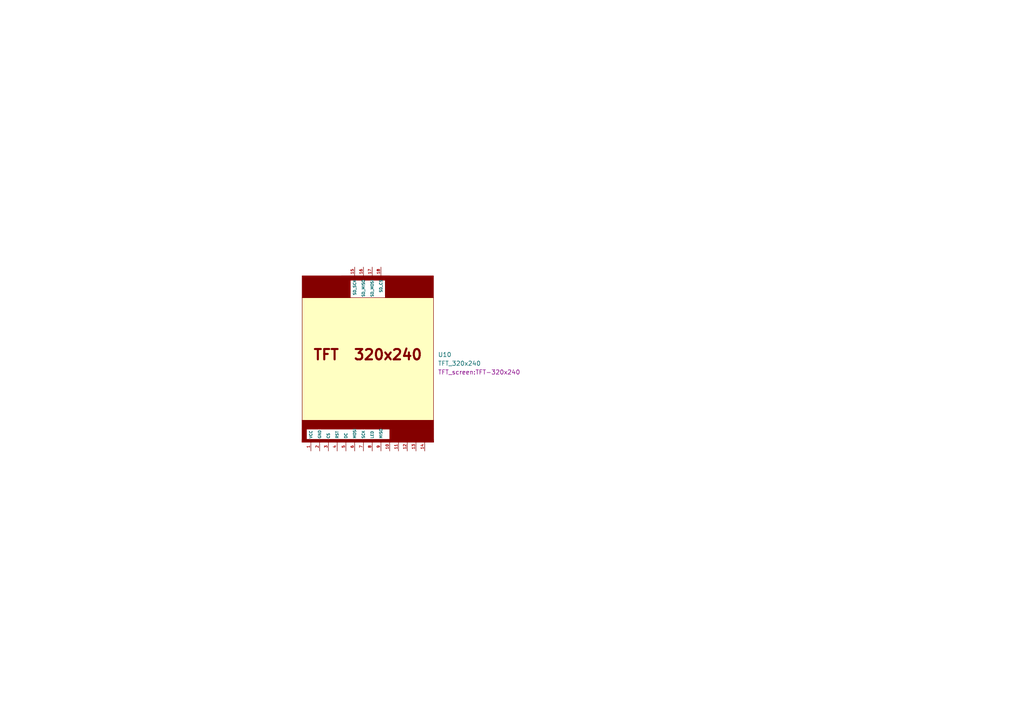
<source format=kicad_sch>
(kicad_sch (version 20250114) (generator "eeschema") (generator_version "9.0")
  (paper "A4")
  (lib_symbols
    (symbol "tft_320x240:TFT_320x240" (pin_names (offset 1.016))
      (property "Reference" "U10" (at 20.32 25.4001 0))
      (property "Value" "TFT_320x240" (at 20.32 22.8601 0))
      (property "Footprint" "TFT_screen:TFT-320x240" (at 20.32 20.3201 0))
      (symbol "TFT_320x240_0_0"
        (text "TFT  320x240" (at 0 25.4 0) (effects (font (size 2.9972 2.9972) (bold yes))))
      )
      (symbol "TFT_320x240_0_1"
        (rectangle (start -19.05 48.26) (end -5.08 41.91) (fill (type outline)))
        (rectangle (start -19.05 41.91) (end 19.05 6.35) (fill (type background)))
        (rectangle (start -19.05 6.35) (end 19.05 3.81) (fill (type outline)))
        (rectangle (start -19.05 0) (end 19.05 6.35))
        (rectangle (start -19.05 0) (end 19.05 0.8382) (fill (type outline)))
        (rectangle (start -17.78 0) (end -19.05 3.81) (fill (type outline)))
        (rectangle (start -7.62 48.26) (end 6.35 46.99) (fill (type outline)))
        (rectangle (start -5.08 48.26) (end 5.08 41.91))
        (rectangle (start 5.08 48.26) (end 19.05 41.91) (fill (type outline)))
        (rectangle (start 19.05 0) (end 6.35 3.81) (fill (type outline)))
      )
      (symbol "TFT_320x240_1_1"
        (pin power_in line (at -16.51 -2.54 90) (length 2.54) (name "VCC") (number "1"))
        (pin bidirectional line (at -13.97 -2.54 90) (length 2.54) (name "GND") (number "2"))
        (pin bidirectional line (at -11.43 -2.54 90) (length 2.54) (name "CS") (number "3"))
        (pin bidirectional line (at -8.89 -2.54 90) (length 2.54) (name "RST") (number "4"))
        (pin bidirectional line (at -6.35 -2.54 90) (length 2.54) (name "DC") (number "5"))
        (pin bidirectional line (at -3.81 50.8 270) (length 2.54) (name "SD_SCK") (number "15"))
        (pin bidirectional line (at -3.81 -2.54 90) (length 2.54) (name "MOSI") (number "6"))
        (pin bidirectional line (at -1.27 50.8 270) (length 2.54) (name "SD_MISO") (number "16"))
        (pin bidirectional line (at -1.27 -2.54 90) (length 2.54) (name "SCK") (number "7"))
        (pin bidirectional line (at 1.27 50.8 270) (length 2.54) (name "SD_MOSI") (number "17"))
        (pin power_in line (at 1.27 -2.54 90) (length 2.54) (name "LED") (number "8"))
        (pin bidirectional line (at 3.81 50.8 270) (length 2.54) (name "SD_CS") (number "18"))
        (pin bidirectional line (at 3.81 -2.54 90) (length 2.54) (name "MISO") (number "9"))
        (pin bidirectional line (at 6.35 -2.54 90) (length 2.54) (name "~") (number "10"))
        (pin bidirectional line (at 8.89 -2.54 90) (length 2.54) (name "~") (number "11"))
        (pin bidirectional line (at 11.43 -2.54 90) (length 2.54) (name "~") (number "12"))
        (pin bidirectional line (at 13.97 -2.54 90) (length 2.54) (name "~") (number "13"))
        (pin bidirectional line (at 16.51 -2.54 90) (length 2.54) (name "~") (number "14"))
      )
    )
  )
  (symbol (lib_id "tft_320x240:TFT_320x240") (at 106.68 128.27 0) (unit 1)
    (property "Reference" "U10" (at 127 102.8699 0) (effects (justify left)))
    (property "Value" "TFT_320x240" (at 127 105.4099 0) (effects (justify left)))
    (property "Footprint" "TFT_screen:TFT-320x240" (at 127 107.9499 0) (effects (justify left)))
  )
)
</source>
